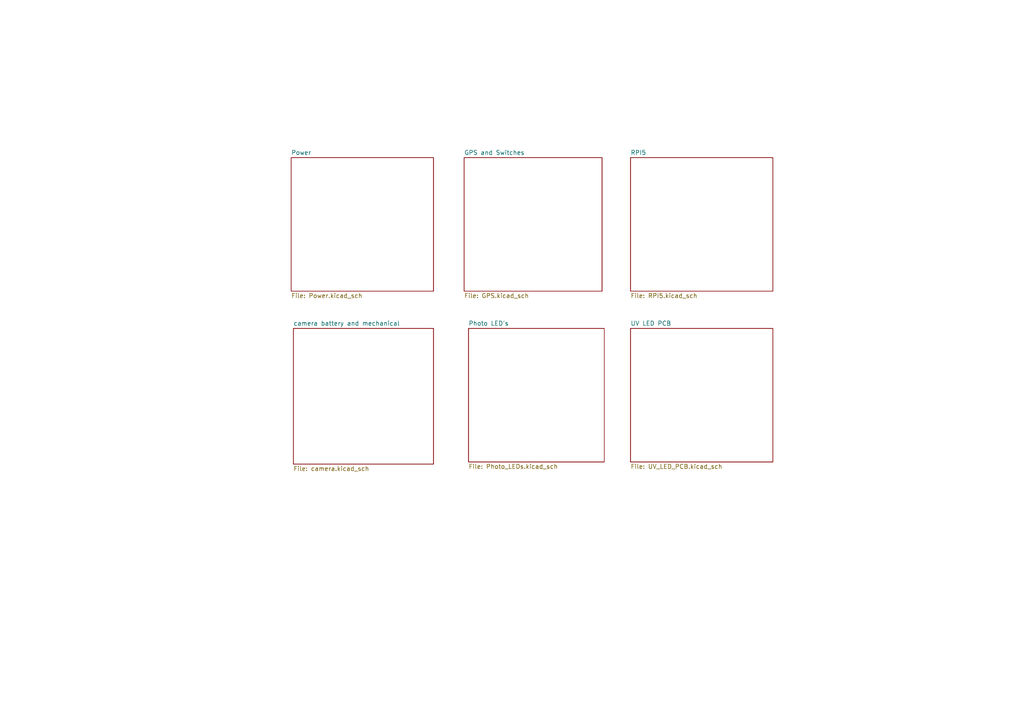
<source format=kicad_sch>
(kicad_sch
	(version 20250114)
	(generator "eeschema")
	(generator_version "9.0")
	(uuid "9021e528-fc76-4423-a3f3-30f5652071cc")
	(paper "A4")
	(title_block
		(title "MothBox")
		(date "2025-07-12")
		(rev "5.0.1")
		(company "Digital Naturalism Laboritories")
	)
	(lib_symbols)
	(sheet
		(at 182.88 45.72)
		(size 41.275 38.735)
		(exclude_from_sim no)
		(in_bom yes)
		(on_board yes)
		(dnp no)
		(fields_autoplaced yes)
		(stroke
			(width 0.1524)
			(type solid)
		)
		(fill
			(color 0 0 0 0.0000)
		)
		(uuid "23e8100d-dc92-4d1f-bb27-d65b0331e323")
		(property "Sheetname" "RPI5"
			(at 182.88 45.0084 0)
			(effects
				(font
					(size 1.27 1.27)
				)
				(justify left bottom)
			)
		)
		(property "Sheetfile" "RPI5.kicad_sch"
			(at 182.88 85.0396 0)
			(effects
				(font
					(size 1.27 1.27)
				)
				(justify left top)
			)
		)
		(instances
			(project "MothBox"
				(path "/9021e528-fc76-4423-a3f3-30f5652071cc"
					(page "3")
				)
			)
		)
	)
	(sheet
		(at 182.88 95.25)
		(size 41.275 38.735)
		(exclude_from_sim no)
		(in_bom yes)
		(on_board yes)
		(dnp no)
		(fields_autoplaced yes)
		(stroke
			(width 0.1524)
			(type solid)
		)
		(fill
			(color 0 0 0 0.0000)
		)
		(uuid "25f161be-2136-4f06-bcb6-1cc6303e8ec0")
		(property "Sheetname" "UV LED PCB"
			(at 182.88 94.5384 0)
			(effects
				(font
					(size 1.27 1.27)
				)
				(justify left bottom)
			)
		)
		(property "Sheetfile" "UV_LED_PCB.kicad_sch"
			(at 182.88 134.5696 0)
			(effects
				(font
					(size 1.27 1.27)
				)
				(justify left top)
			)
		)
		(instances
			(project "MothBox"
				(path "/9021e528-fc76-4423-a3f3-30f5652071cc"
					(page "6")
				)
			)
		)
	)
	(sheet
		(at 84.455 45.72)
		(size 41.275 38.735)
		(exclude_from_sim no)
		(in_bom yes)
		(on_board yes)
		(dnp no)
		(fields_autoplaced yes)
		(stroke
			(width 0.1524)
			(type solid)
		)
		(fill
			(color 0 0 0 0.0000)
		)
		(uuid "4a573100-9946-48c2-8ae5-35f893607623")
		(property "Sheetname" "Power"
			(at 84.455 45.0084 0)
			(effects
				(font
					(size 1.27 1.27)
				)
				(justify left bottom)
			)
		)
		(property "Sheetfile" "Power.kicad_sch"
			(at 84.455 85.0396 0)
			(effects
				(font
					(size 1.27 1.27)
				)
				(justify left top)
			)
		)
		(instances
			(project "MothBox"
				(path "/9021e528-fc76-4423-a3f3-30f5652071cc"
					(page "2")
				)
			)
		)
	)
	(sheet
		(at 85.09 95.25)
		(size 40.64 39.37)
		(exclude_from_sim no)
		(in_bom yes)
		(on_board yes)
		(dnp no)
		(fields_autoplaced yes)
		(stroke
			(width 0.1524)
			(type solid)
		)
		(fill
			(color 0 0 0 0.0000)
		)
		(uuid "84c07412-33ce-4c0b-96a0-a76ad52e50ee")
		(property "Sheetname" "camera battery and mechanical"
			(at 85.09 94.5384 0)
			(effects
				(font
					(size 1.27 1.27)
				)
				(justify left bottom)
			)
		)
		(property "Sheetfile" "camera.kicad_sch"
			(at 85.09 135.2046 0)
			(effects
				(font
					(size 1.27 1.27)
				)
				(justify left top)
			)
		)
		(instances
			(project "MothBox"
				(path "/9021e528-fc76-4423-a3f3-30f5652071cc"
					(page "7")
				)
			)
		)
	)
	(sheet
		(at 134.62 45.72)
		(size 40.005 38.735)
		(exclude_from_sim no)
		(in_bom yes)
		(on_board yes)
		(dnp no)
		(fields_autoplaced yes)
		(stroke
			(width 0.1524)
			(type solid)
		)
		(fill
			(color 0 0 0 0.0000)
		)
		(uuid "d22974ea-9095-4b9a-829f-a5d553626ed9")
		(property "Sheetname" "GPS and Switches"
			(at 134.62 45.0084 0)
			(effects
				(font
					(size 1.27 1.27)
				)
				(justify left bottom)
			)
		)
		(property "Sheetfile" "GPS.kicad_sch"
			(at 134.62 85.0396 0)
			(effects
				(font
					(size 1.27 1.27)
				)
				(justify left top)
			)
		)
		(instances
			(project "MothBox"
				(path "/9021e528-fc76-4423-a3f3-30f5652071cc"
					(page "4")
				)
			)
		)
	)
	(sheet
		(at 135.89 95.25)
		(size 39.37 38.735)
		(exclude_from_sim no)
		(in_bom yes)
		(on_board yes)
		(dnp no)
		(fields_autoplaced yes)
		(stroke
			(width 0.1524)
			(type solid)
		)
		(fill
			(color 0 0 0 0.0000)
		)
		(uuid "f4f29d93-7441-4557-92ff-295630596a60")
		(property "Sheetname" "Photo LED's"
			(at 135.89 94.5384 0)
			(effects
				(font
					(size 1.27 1.27)
				)
				(justify left bottom)
			)
		)
		(property "Sheetfile" "Photo_LEDs.kicad_sch"
			(at 135.89 134.5696 0)
			(effects
				(font
					(size 1.27 1.27)
				)
				(justify left top)
			)
		)
		(instances
			(project "MothBox"
				(path "/9021e528-fc76-4423-a3f3-30f5652071cc"
					(page "5")
				)
			)
		)
	)
	(sheet_instances
		(path "/"
			(page "1")
		)
	)
	(embedded_fonts no)
)

</source>
